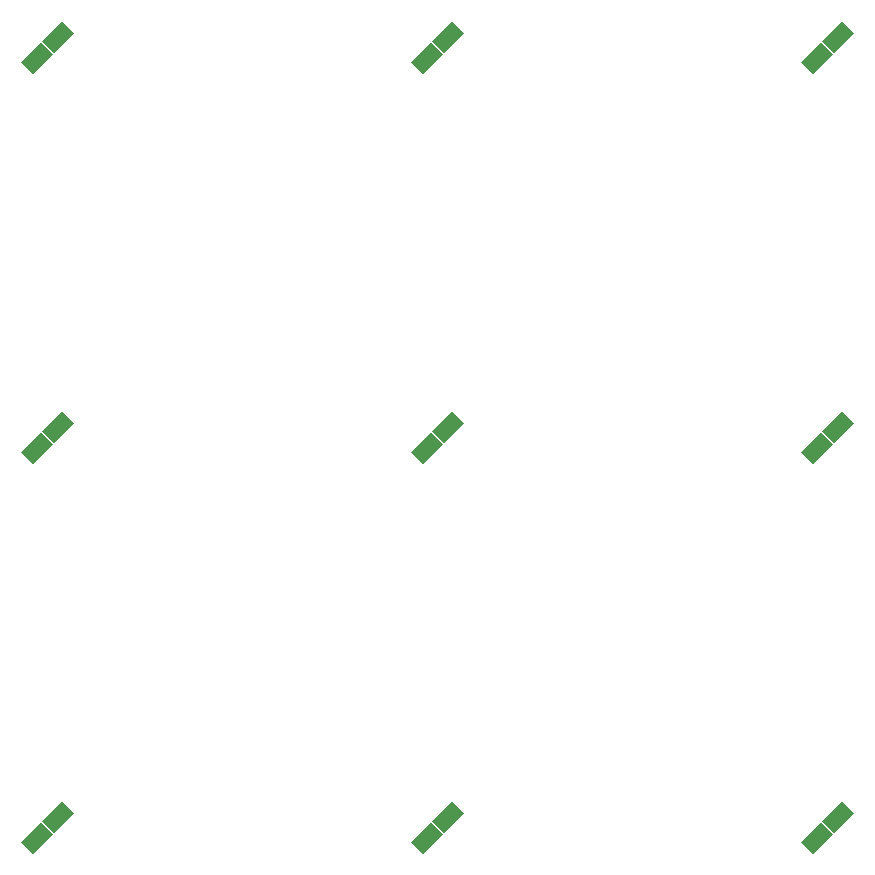
<source format=gbr>
G04 #@! TF.FileFunction,Soldermask,Top*
%FSLAX46Y46*%
G04 Gerber Fmt 4.6, Leading zero omitted, Abs format (unit mm)*
G04 Created by KiCad (PCBNEW 4.0.6) date 07/06/17 20:51:38*
%MOMM*%
%LPD*%
G01*
G04 APERTURE LIST*
%ADD10C,0.100000*%
G04 APERTURE END LIST*
D10*
G36*
X135878680Y-63861270D02*
X134888730Y-62871320D01*
X136585786Y-61174264D01*
X137575736Y-62164214D01*
X135878680Y-63861270D01*
X135878680Y-63861270D01*
G37*
G36*
X137646447Y-62093503D02*
X136656497Y-61103553D01*
X138353553Y-59406497D01*
X139343503Y-60396447D01*
X137646447Y-62093503D01*
X137646447Y-62093503D01*
G37*
G36*
X102878680Y-63861270D02*
X101888730Y-62871320D01*
X103585786Y-61174264D01*
X104575736Y-62164214D01*
X102878680Y-63861270D01*
X102878680Y-63861270D01*
G37*
G36*
X104646447Y-62093503D02*
X103656497Y-61103553D01*
X105353553Y-59406497D01*
X106343503Y-60396447D01*
X104646447Y-62093503D01*
X104646447Y-62093503D01*
G37*
G36*
X69878680Y-63861270D02*
X68888730Y-62871320D01*
X70585786Y-61174264D01*
X71575736Y-62164214D01*
X69878680Y-63861270D01*
X69878680Y-63861270D01*
G37*
G36*
X71646447Y-62093503D02*
X70656497Y-61103553D01*
X72353553Y-59406497D01*
X73343503Y-60396447D01*
X71646447Y-62093503D01*
X71646447Y-62093503D01*
G37*
G36*
X69878680Y-96861270D02*
X68888730Y-95871320D01*
X70585786Y-94174264D01*
X71575736Y-95164214D01*
X69878680Y-96861270D01*
X69878680Y-96861270D01*
G37*
G36*
X71646447Y-95093503D02*
X70656497Y-94103553D01*
X72353553Y-92406497D01*
X73343503Y-93396447D01*
X71646447Y-95093503D01*
X71646447Y-95093503D01*
G37*
G36*
X102878680Y-96861270D02*
X101888730Y-95871320D01*
X103585786Y-94174264D01*
X104575736Y-95164214D01*
X102878680Y-96861270D01*
X102878680Y-96861270D01*
G37*
G36*
X104646447Y-95093503D02*
X103656497Y-94103553D01*
X105353553Y-92406497D01*
X106343503Y-93396447D01*
X104646447Y-95093503D01*
X104646447Y-95093503D01*
G37*
G36*
X135878680Y-96861270D02*
X134888730Y-95871320D01*
X136585786Y-94174264D01*
X137575736Y-95164214D01*
X135878680Y-96861270D01*
X135878680Y-96861270D01*
G37*
G36*
X137646447Y-95093503D02*
X136656497Y-94103553D01*
X138353553Y-92406497D01*
X139343503Y-93396447D01*
X137646447Y-95093503D01*
X137646447Y-95093503D01*
G37*
G36*
X69878680Y-129861270D02*
X68888730Y-128871320D01*
X70585786Y-127174264D01*
X71575736Y-128164214D01*
X69878680Y-129861270D01*
X69878680Y-129861270D01*
G37*
G36*
X71646447Y-128093503D02*
X70656497Y-127103553D01*
X72353553Y-125406497D01*
X73343503Y-126396447D01*
X71646447Y-128093503D01*
X71646447Y-128093503D01*
G37*
G36*
X102878680Y-129861270D02*
X101888730Y-128871320D01*
X103585786Y-127174264D01*
X104575736Y-128164214D01*
X102878680Y-129861270D01*
X102878680Y-129861270D01*
G37*
G36*
X104646447Y-128093503D02*
X103656497Y-127103553D01*
X105353553Y-125406497D01*
X106343503Y-126396447D01*
X104646447Y-128093503D01*
X104646447Y-128093503D01*
G37*
G36*
X135878680Y-129861270D02*
X134888730Y-128871320D01*
X136585786Y-127174264D01*
X137575736Y-128164214D01*
X135878680Y-129861270D01*
X135878680Y-129861270D01*
G37*
G36*
X137646447Y-128093503D02*
X136656497Y-127103553D01*
X138353553Y-125406497D01*
X139343503Y-126396447D01*
X137646447Y-128093503D01*
X137646447Y-128093503D01*
G37*
M02*

</source>
